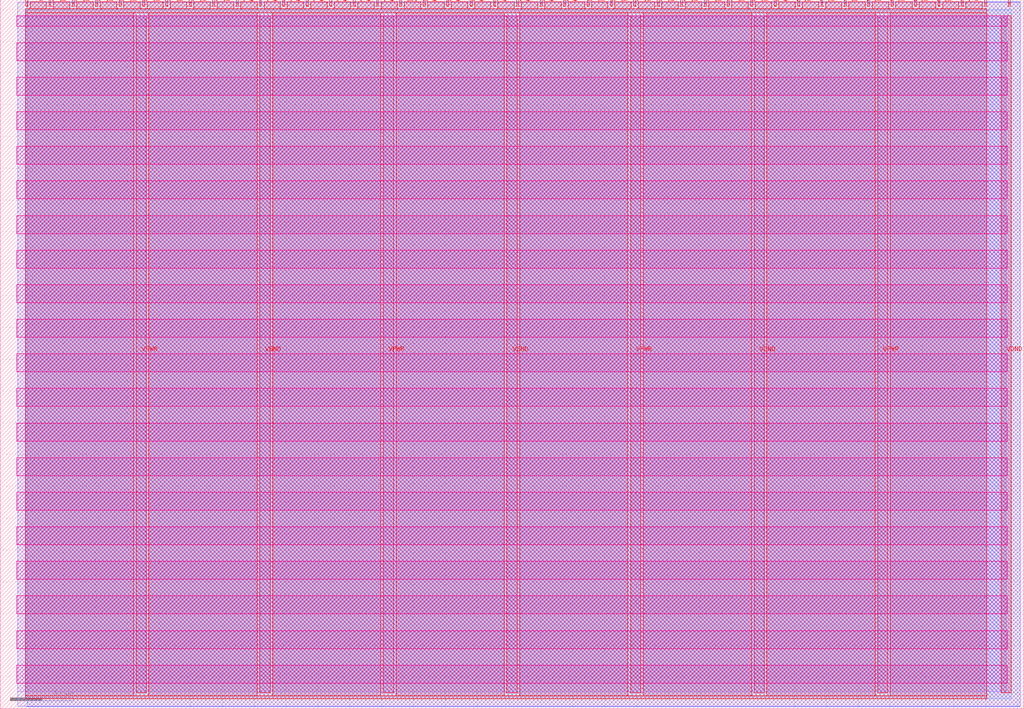
<source format=lef>
VERSION 5.7 ;
  NOWIREEXTENSIONATPIN ON ;
  DIVIDERCHAR "/" ;
  BUSBITCHARS "[]" ;
MACRO tt_um_ps2_morse_encoder_top
  CLASS BLOCK ;
  FOREIGN tt_um_ps2_morse_encoder_top ;
  ORIGIN 0.000 0.000 ;
  SIZE 161.000 BY 111.520 ;
  PIN VGND
    DIRECTION INOUT ;
    USE GROUND ;
    PORT
      LAYER met4 ;
        RECT 40.830 2.480 42.430 109.040 ;
    END
    PORT
      LAYER met4 ;
        RECT 79.700 2.480 81.300 109.040 ;
    END
    PORT
      LAYER met4 ;
        RECT 118.570 2.480 120.170 109.040 ;
    END
    PORT
      LAYER met4 ;
        RECT 157.440 2.480 159.040 109.040 ;
    END
  END VGND
  PIN VPWR
    DIRECTION INOUT ;
    USE POWER ;
    PORT
      LAYER met4 ;
        RECT 21.395 2.480 22.995 109.040 ;
    END
    PORT
      LAYER met4 ;
        RECT 60.265 2.480 61.865 109.040 ;
    END
    PORT
      LAYER met4 ;
        RECT 99.135 2.480 100.735 109.040 ;
    END
    PORT
      LAYER met4 ;
        RECT 138.005 2.480 139.605 109.040 ;
    END
  END VPWR
  PIN clk
    DIRECTION INPUT ;
    USE SIGNAL ;
    ANTENNAGATEAREA 0.852000 ;
    PORT
      LAYER met4 ;
        RECT 154.870 110.520 155.170 111.520 ;
    END
  END clk
  PIN ena
    DIRECTION INPUT ;
    USE SIGNAL ;
    PORT
      LAYER met4 ;
        RECT 158.550 110.520 158.850 111.520 ;
    END
  END ena
  PIN rst_n
    DIRECTION INPUT ;
    USE SIGNAL ;
    ANTENNAGATEAREA 0.213000 ;
    PORT
      LAYER met4 ;
        RECT 151.190 110.520 151.490 111.520 ;
    END
  END rst_n
  PIN ui_in[0]
    DIRECTION INPUT ;
    USE SIGNAL ;
    ANTENNAGATEAREA 0.196500 ;
    PORT
      LAYER met4 ;
        RECT 147.510 110.520 147.810 111.520 ;
    END
  END ui_in[0]
  PIN ui_in[1]
    DIRECTION INPUT ;
    USE SIGNAL ;
    ANTENNAGATEAREA 0.196500 ;
    PORT
      LAYER met4 ;
        RECT 143.830 110.520 144.130 111.520 ;
    END
  END ui_in[1]
  PIN ui_in[2]
    DIRECTION INPUT ;
    USE SIGNAL ;
    PORT
      LAYER met4 ;
        RECT 140.150 110.520 140.450 111.520 ;
    END
  END ui_in[2]
  PIN ui_in[3]
    DIRECTION INPUT ;
    USE SIGNAL ;
    PORT
      LAYER met4 ;
        RECT 136.470 110.520 136.770 111.520 ;
    END
  END ui_in[3]
  PIN ui_in[4]
    DIRECTION INPUT ;
    USE SIGNAL ;
    PORT
      LAYER met4 ;
        RECT 132.790 110.520 133.090 111.520 ;
    END
  END ui_in[4]
  PIN ui_in[5]
    DIRECTION INPUT ;
    USE SIGNAL ;
    PORT
      LAYER met4 ;
        RECT 129.110 110.520 129.410 111.520 ;
    END
  END ui_in[5]
  PIN ui_in[6]
    DIRECTION INPUT ;
    USE SIGNAL ;
    PORT
      LAYER met4 ;
        RECT 125.430 110.520 125.730 111.520 ;
    END
  END ui_in[6]
  PIN ui_in[7]
    DIRECTION INPUT ;
    USE SIGNAL ;
    PORT
      LAYER met4 ;
        RECT 121.750 110.520 122.050 111.520 ;
    END
  END ui_in[7]
  PIN uio_in[0]
    DIRECTION INPUT ;
    USE SIGNAL ;
    PORT
      LAYER met4 ;
        RECT 118.070 110.520 118.370 111.520 ;
    END
  END uio_in[0]
  PIN uio_in[1]
    DIRECTION INPUT ;
    USE SIGNAL ;
    PORT
      LAYER met4 ;
        RECT 114.390 110.520 114.690 111.520 ;
    END
  END uio_in[1]
  PIN uio_in[2]
    DIRECTION INPUT ;
    USE SIGNAL ;
    PORT
      LAYER met4 ;
        RECT 110.710 110.520 111.010 111.520 ;
    END
  END uio_in[2]
  PIN uio_in[3]
    DIRECTION INPUT ;
    USE SIGNAL ;
    PORT
      LAYER met4 ;
        RECT 107.030 110.520 107.330 111.520 ;
    END
  END uio_in[3]
  PIN uio_in[4]
    DIRECTION INPUT ;
    USE SIGNAL ;
    PORT
      LAYER met4 ;
        RECT 103.350 110.520 103.650 111.520 ;
    END
  END uio_in[4]
  PIN uio_in[5]
    DIRECTION INPUT ;
    USE SIGNAL ;
    PORT
      LAYER met4 ;
        RECT 99.670 110.520 99.970 111.520 ;
    END
  END uio_in[5]
  PIN uio_in[6]
    DIRECTION INPUT ;
    USE SIGNAL ;
    PORT
      LAYER met4 ;
        RECT 95.990 110.520 96.290 111.520 ;
    END
  END uio_in[6]
  PIN uio_in[7]
    DIRECTION INPUT ;
    USE SIGNAL ;
    PORT
      LAYER met4 ;
        RECT 92.310 110.520 92.610 111.520 ;
    END
  END uio_in[7]
  PIN uio_oe[0]
    DIRECTION OUTPUT TRISTATE ;
    USE SIGNAL ;
    PORT
      LAYER met4 ;
        RECT 29.750 110.520 30.050 111.520 ;
    END
  END uio_oe[0]
  PIN uio_oe[1]
    DIRECTION OUTPUT TRISTATE ;
    USE SIGNAL ;
    PORT
      LAYER met4 ;
        RECT 26.070 110.520 26.370 111.520 ;
    END
  END uio_oe[1]
  PIN uio_oe[2]
    DIRECTION OUTPUT TRISTATE ;
    USE SIGNAL ;
    PORT
      LAYER met4 ;
        RECT 22.390 110.520 22.690 111.520 ;
    END
  END uio_oe[2]
  PIN uio_oe[3]
    DIRECTION OUTPUT TRISTATE ;
    USE SIGNAL ;
    PORT
      LAYER met4 ;
        RECT 18.710 110.520 19.010 111.520 ;
    END
  END uio_oe[3]
  PIN uio_oe[4]
    DIRECTION OUTPUT TRISTATE ;
    USE SIGNAL ;
    PORT
      LAYER met4 ;
        RECT 15.030 110.520 15.330 111.520 ;
    END
  END uio_oe[4]
  PIN uio_oe[5]
    DIRECTION OUTPUT TRISTATE ;
    USE SIGNAL ;
    PORT
      LAYER met4 ;
        RECT 11.350 110.520 11.650 111.520 ;
    END
  END uio_oe[5]
  PIN uio_oe[6]
    DIRECTION OUTPUT TRISTATE ;
    USE SIGNAL ;
    PORT
      LAYER met4 ;
        RECT 7.670 110.520 7.970 111.520 ;
    END
  END uio_oe[6]
  PIN uio_oe[7]
    DIRECTION OUTPUT TRISTATE ;
    USE SIGNAL ;
    PORT
      LAYER met4 ;
        RECT 3.990 110.520 4.290 111.520 ;
    END
  END uio_oe[7]
  PIN uio_out[0]
    DIRECTION OUTPUT TRISTATE ;
    USE SIGNAL ;
    PORT
      LAYER met4 ;
        RECT 59.190 110.520 59.490 111.520 ;
    END
  END uio_out[0]
  PIN uio_out[1]
    DIRECTION OUTPUT TRISTATE ;
    USE SIGNAL ;
    PORT
      LAYER met4 ;
        RECT 55.510 110.520 55.810 111.520 ;
    END
  END uio_out[1]
  PIN uio_out[2]
    DIRECTION OUTPUT TRISTATE ;
    USE SIGNAL ;
    PORT
      LAYER met4 ;
        RECT 51.830 110.520 52.130 111.520 ;
    END
  END uio_out[2]
  PIN uio_out[3]
    DIRECTION OUTPUT TRISTATE ;
    USE SIGNAL ;
    PORT
      LAYER met4 ;
        RECT 48.150 110.520 48.450 111.520 ;
    END
  END uio_out[3]
  PIN uio_out[4]
    DIRECTION OUTPUT TRISTATE ;
    USE SIGNAL ;
    PORT
      LAYER met4 ;
        RECT 44.470 110.520 44.770 111.520 ;
    END
  END uio_out[4]
  PIN uio_out[5]
    DIRECTION OUTPUT TRISTATE ;
    USE SIGNAL ;
    PORT
      LAYER met4 ;
        RECT 40.790 110.520 41.090 111.520 ;
    END
  END uio_out[5]
  PIN uio_out[6]
    DIRECTION OUTPUT TRISTATE ;
    USE SIGNAL ;
    PORT
      LAYER met4 ;
        RECT 37.110 110.520 37.410 111.520 ;
    END
  END uio_out[6]
  PIN uio_out[7]
    DIRECTION OUTPUT TRISTATE ;
    USE SIGNAL ;
    PORT
      LAYER met4 ;
        RECT 33.430 110.520 33.730 111.520 ;
    END
  END uio_out[7]
  PIN uo_out[0]
    DIRECTION OUTPUT TRISTATE ;
    USE SIGNAL ;
    ANTENNADIFFAREA 0.795200 ;
    PORT
      LAYER met4 ;
        RECT 88.630 110.520 88.930 111.520 ;
    END
  END uo_out[0]
  PIN uo_out[1]
    DIRECTION OUTPUT TRISTATE ;
    USE SIGNAL ;
    PORT
      LAYER met4 ;
        RECT 84.950 110.520 85.250 111.520 ;
    END
  END uo_out[1]
  PIN uo_out[2]
    DIRECTION OUTPUT TRISTATE ;
    USE SIGNAL ;
    PORT
      LAYER met4 ;
        RECT 81.270 110.520 81.570 111.520 ;
    END
  END uo_out[2]
  PIN uo_out[3]
    DIRECTION OUTPUT TRISTATE ;
    USE SIGNAL ;
    ANTENNADIFFAREA 0.795200 ;
    PORT
      LAYER met4 ;
        RECT 77.590 110.520 77.890 111.520 ;
    END
  END uo_out[3]
  PIN uo_out[4]
    DIRECTION OUTPUT TRISTATE ;
    USE SIGNAL ;
    PORT
      LAYER met4 ;
        RECT 73.910 110.520 74.210 111.520 ;
    END
  END uo_out[4]
  PIN uo_out[5]
    DIRECTION OUTPUT TRISTATE ;
    USE SIGNAL ;
    PORT
      LAYER met4 ;
        RECT 70.230 110.520 70.530 111.520 ;
    END
  END uo_out[5]
  PIN uo_out[6]
    DIRECTION OUTPUT TRISTATE ;
    USE SIGNAL ;
    ANTENNADIFFAREA 0.795200 ;
    PORT
      LAYER met4 ;
        RECT 66.550 110.520 66.850 111.520 ;
    END
  END uo_out[6]
  PIN uo_out[7]
    DIRECTION OUTPUT TRISTATE ;
    USE SIGNAL ;
    ANTENNADIFFAREA 0.795200 ;
    PORT
      LAYER met4 ;
        RECT 62.870 110.520 63.170 111.520 ;
    END
  END uo_out[7]
  OBS
      LAYER nwell ;
        RECT 2.570 107.385 158.430 108.990 ;
        RECT 2.570 101.945 158.430 104.775 ;
        RECT 2.570 96.505 158.430 99.335 ;
        RECT 2.570 91.065 158.430 93.895 ;
        RECT 2.570 85.625 158.430 88.455 ;
        RECT 2.570 80.185 158.430 83.015 ;
        RECT 2.570 74.745 158.430 77.575 ;
        RECT 2.570 69.305 158.430 72.135 ;
        RECT 2.570 63.865 158.430 66.695 ;
        RECT 2.570 58.425 158.430 61.255 ;
        RECT 2.570 52.985 158.430 55.815 ;
        RECT 2.570 47.545 158.430 50.375 ;
        RECT 2.570 42.105 158.430 44.935 ;
        RECT 2.570 36.665 158.430 39.495 ;
        RECT 2.570 31.225 158.430 34.055 ;
        RECT 2.570 25.785 158.430 28.615 ;
        RECT 2.570 20.345 158.430 23.175 ;
        RECT 2.570 14.905 158.430 17.735 ;
        RECT 2.570 9.465 158.430 12.295 ;
        RECT 2.570 4.025 158.430 6.855 ;
      LAYER li1 ;
        RECT 2.760 2.635 158.240 108.885 ;
      LAYER met1 ;
        RECT 2.760 0.380 160.470 111.140 ;
      LAYER met2 ;
        RECT 4.230 0.350 160.440 111.170 ;
      LAYER met3 ;
        RECT 3.950 1.535 159.030 109.985 ;
      LAYER met4 ;
        RECT 4.690 110.120 7.270 111.170 ;
        RECT 8.370 110.120 10.950 111.170 ;
        RECT 12.050 110.120 14.630 111.170 ;
        RECT 15.730 110.120 18.310 111.170 ;
        RECT 19.410 110.120 21.990 111.170 ;
        RECT 23.090 110.120 25.670 111.170 ;
        RECT 26.770 110.120 29.350 111.170 ;
        RECT 30.450 110.120 33.030 111.170 ;
        RECT 34.130 110.120 36.710 111.170 ;
        RECT 37.810 110.120 40.390 111.170 ;
        RECT 41.490 110.120 44.070 111.170 ;
        RECT 45.170 110.120 47.750 111.170 ;
        RECT 48.850 110.120 51.430 111.170 ;
        RECT 52.530 110.120 55.110 111.170 ;
        RECT 56.210 110.120 58.790 111.170 ;
        RECT 59.890 110.120 62.470 111.170 ;
        RECT 63.570 110.120 66.150 111.170 ;
        RECT 67.250 110.120 69.830 111.170 ;
        RECT 70.930 110.120 73.510 111.170 ;
        RECT 74.610 110.120 77.190 111.170 ;
        RECT 78.290 110.120 80.870 111.170 ;
        RECT 81.970 110.120 84.550 111.170 ;
        RECT 85.650 110.120 88.230 111.170 ;
        RECT 89.330 110.120 91.910 111.170 ;
        RECT 93.010 110.120 95.590 111.170 ;
        RECT 96.690 110.120 99.270 111.170 ;
        RECT 100.370 110.120 102.950 111.170 ;
        RECT 104.050 110.120 106.630 111.170 ;
        RECT 107.730 110.120 110.310 111.170 ;
        RECT 111.410 110.120 113.990 111.170 ;
        RECT 115.090 110.120 117.670 111.170 ;
        RECT 118.770 110.120 121.350 111.170 ;
        RECT 122.450 110.120 125.030 111.170 ;
        RECT 126.130 110.120 128.710 111.170 ;
        RECT 129.810 110.120 132.390 111.170 ;
        RECT 133.490 110.120 136.070 111.170 ;
        RECT 137.170 110.120 139.750 111.170 ;
        RECT 140.850 110.120 143.430 111.170 ;
        RECT 144.530 110.120 147.110 111.170 ;
        RECT 148.210 110.120 150.790 111.170 ;
        RECT 151.890 110.120 154.470 111.170 ;
        RECT 3.975 109.440 155.185 110.120 ;
        RECT 3.975 2.080 20.995 109.440 ;
        RECT 23.395 2.080 40.430 109.440 ;
        RECT 42.830 2.080 59.865 109.440 ;
        RECT 62.265 2.080 79.300 109.440 ;
        RECT 81.700 2.080 98.735 109.440 ;
        RECT 101.135 2.080 118.170 109.440 ;
        RECT 120.570 2.080 137.605 109.440 ;
        RECT 140.005 2.080 155.185 109.440 ;
        RECT 3.975 1.535 155.185 2.080 ;
  END
END tt_um_ps2_morse_encoder_top
END LIBRARY


</source>
